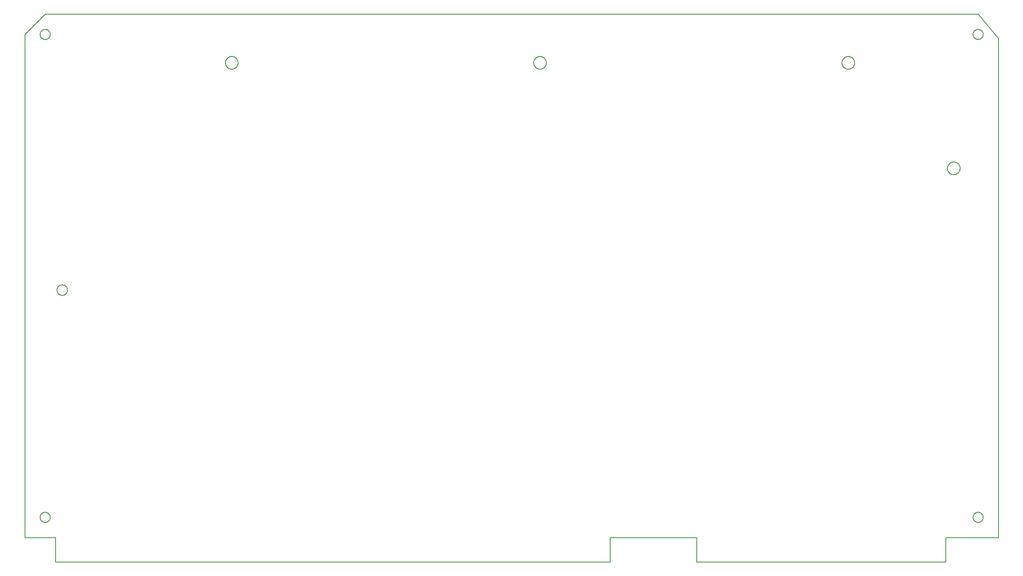
<source format=gko>
G04 EAGLE Gerber RS-274X export*
G75*
%MOMM*%
%FSLAX34Y34*%
%LPD*%
%INBoard Outline*%
%IPPOS*%
%AMOC8*
5,1,8,0,0,1.08239X$1,22.5*%
G01*
%ADD10C,0.000000*%
%ADD11C,0.254000*%


D10*
X32766Y-139700D02*
X1768856Y-139700D01*
X1768856Y-63500D01*
X2039620Y-63500D01*
X2039620Y-139700D01*
X2819400Y-139700D01*
X2819400Y-63500D01*
X2984500Y-63500D01*
X2984500Y1498600D01*
X2921000Y1574800D01*
X0Y1574800D01*
X-63500Y1511300D01*
X-63500Y-63500D01*
X32766Y-63500D01*
X32766Y-139700D01*
X-15875Y0D02*
X-15870Y390D01*
X-15856Y779D01*
X-15832Y1168D01*
X-15799Y1556D01*
X-15756Y1943D01*
X-15703Y2329D01*
X-15641Y2714D01*
X-15570Y3097D01*
X-15489Y3478D01*
X-15399Y3857D01*
X-15300Y4234D01*
X-15191Y4608D01*
X-15074Y4980D01*
X-14947Y5348D01*
X-14811Y5713D01*
X-14667Y6075D01*
X-14513Y6433D01*
X-14351Y6787D01*
X-14180Y7138D01*
X-14001Y7483D01*
X-13813Y7825D01*
X-13616Y8161D01*
X-13412Y8493D01*
X-13200Y8820D01*
X-12979Y9141D01*
X-12751Y9457D01*
X-12515Y9767D01*
X-12272Y10071D01*
X-12021Y10369D01*
X-11763Y10661D01*
X-11497Y10946D01*
X-11225Y11225D01*
X-10946Y11497D01*
X-10661Y11763D01*
X-10369Y12021D01*
X-10071Y12272D01*
X-9767Y12515D01*
X-9457Y12751D01*
X-9141Y12979D01*
X-8820Y13200D01*
X-8493Y13412D01*
X-8161Y13616D01*
X-7825Y13813D01*
X-7483Y14001D01*
X-7138Y14180D01*
X-6787Y14351D01*
X-6433Y14513D01*
X-6075Y14667D01*
X-5713Y14811D01*
X-5348Y14947D01*
X-4980Y15074D01*
X-4608Y15191D01*
X-4234Y15300D01*
X-3857Y15399D01*
X-3478Y15489D01*
X-3097Y15570D01*
X-2714Y15641D01*
X-2329Y15703D01*
X-1943Y15756D01*
X-1556Y15799D01*
X-1168Y15832D01*
X-779Y15856D01*
X-390Y15870D01*
X0Y15875D01*
X390Y15870D01*
X779Y15856D01*
X1168Y15832D01*
X1556Y15799D01*
X1943Y15756D01*
X2329Y15703D01*
X2714Y15641D01*
X3097Y15570D01*
X3478Y15489D01*
X3857Y15399D01*
X4234Y15300D01*
X4608Y15191D01*
X4980Y15074D01*
X5348Y14947D01*
X5713Y14811D01*
X6075Y14667D01*
X6433Y14513D01*
X6787Y14351D01*
X7138Y14180D01*
X7483Y14001D01*
X7825Y13813D01*
X8161Y13616D01*
X8493Y13412D01*
X8820Y13200D01*
X9141Y12979D01*
X9457Y12751D01*
X9767Y12515D01*
X10071Y12272D01*
X10369Y12021D01*
X10661Y11763D01*
X10946Y11497D01*
X11225Y11225D01*
X11497Y10946D01*
X11763Y10661D01*
X12021Y10369D01*
X12272Y10071D01*
X12515Y9767D01*
X12751Y9457D01*
X12979Y9141D01*
X13200Y8820D01*
X13412Y8493D01*
X13616Y8161D01*
X13813Y7825D01*
X14001Y7483D01*
X14180Y7138D01*
X14351Y6787D01*
X14513Y6433D01*
X14667Y6075D01*
X14811Y5713D01*
X14947Y5348D01*
X15074Y4980D01*
X15191Y4608D01*
X15300Y4234D01*
X15399Y3857D01*
X15489Y3478D01*
X15570Y3097D01*
X15641Y2714D01*
X15703Y2329D01*
X15756Y1943D01*
X15799Y1556D01*
X15832Y1168D01*
X15856Y779D01*
X15870Y390D01*
X15875Y0D01*
X15870Y-390D01*
X15856Y-779D01*
X15832Y-1168D01*
X15799Y-1556D01*
X15756Y-1943D01*
X15703Y-2329D01*
X15641Y-2714D01*
X15570Y-3097D01*
X15489Y-3478D01*
X15399Y-3857D01*
X15300Y-4234D01*
X15191Y-4608D01*
X15074Y-4980D01*
X14947Y-5348D01*
X14811Y-5713D01*
X14667Y-6075D01*
X14513Y-6433D01*
X14351Y-6787D01*
X14180Y-7138D01*
X14001Y-7483D01*
X13813Y-7825D01*
X13616Y-8161D01*
X13412Y-8493D01*
X13200Y-8820D01*
X12979Y-9141D01*
X12751Y-9457D01*
X12515Y-9767D01*
X12272Y-10071D01*
X12021Y-10369D01*
X11763Y-10661D01*
X11497Y-10946D01*
X11225Y-11225D01*
X10946Y-11497D01*
X10661Y-11763D01*
X10369Y-12021D01*
X10071Y-12272D01*
X9767Y-12515D01*
X9457Y-12751D01*
X9141Y-12979D01*
X8820Y-13200D01*
X8493Y-13412D01*
X8161Y-13616D01*
X7825Y-13813D01*
X7483Y-14001D01*
X7138Y-14180D01*
X6787Y-14351D01*
X6433Y-14513D01*
X6075Y-14667D01*
X5713Y-14811D01*
X5348Y-14947D01*
X4980Y-15074D01*
X4608Y-15191D01*
X4234Y-15300D01*
X3857Y-15399D01*
X3478Y-15489D01*
X3097Y-15570D01*
X2714Y-15641D01*
X2329Y-15703D01*
X1943Y-15756D01*
X1556Y-15799D01*
X1168Y-15832D01*
X779Y-15856D01*
X390Y-15870D01*
X0Y-15875D01*
X-390Y-15870D01*
X-779Y-15856D01*
X-1168Y-15832D01*
X-1556Y-15799D01*
X-1943Y-15756D01*
X-2329Y-15703D01*
X-2714Y-15641D01*
X-3097Y-15570D01*
X-3478Y-15489D01*
X-3857Y-15399D01*
X-4234Y-15300D01*
X-4608Y-15191D01*
X-4980Y-15074D01*
X-5348Y-14947D01*
X-5713Y-14811D01*
X-6075Y-14667D01*
X-6433Y-14513D01*
X-6787Y-14351D01*
X-7138Y-14180D01*
X-7483Y-14001D01*
X-7825Y-13813D01*
X-8161Y-13616D01*
X-8493Y-13412D01*
X-8820Y-13200D01*
X-9141Y-12979D01*
X-9457Y-12751D01*
X-9767Y-12515D01*
X-10071Y-12272D01*
X-10369Y-12021D01*
X-10661Y-11763D01*
X-10946Y-11497D01*
X-11225Y-11225D01*
X-11497Y-10946D01*
X-11763Y-10661D01*
X-12021Y-10369D01*
X-12272Y-10071D01*
X-12515Y-9767D01*
X-12751Y-9457D01*
X-12979Y-9141D01*
X-13200Y-8820D01*
X-13412Y-8493D01*
X-13616Y-8161D01*
X-13813Y-7825D01*
X-14001Y-7483D01*
X-14180Y-7138D01*
X-14351Y-6787D01*
X-14513Y-6433D01*
X-14667Y-6075D01*
X-14811Y-5713D01*
X-14947Y-5348D01*
X-15074Y-4980D01*
X-15191Y-4608D01*
X-15300Y-4234D01*
X-15399Y-3857D01*
X-15489Y-3478D01*
X-15570Y-3097D01*
X-15641Y-2714D01*
X-15703Y-2329D01*
X-15756Y-1943D01*
X-15799Y-1556D01*
X-15832Y-1168D01*
X-15856Y-779D01*
X-15870Y-390D01*
X-15875Y0D01*
X2905125Y0D02*
X2905130Y390D01*
X2905144Y779D01*
X2905168Y1168D01*
X2905201Y1556D01*
X2905244Y1943D01*
X2905297Y2329D01*
X2905359Y2714D01*
X2905430Y3097D01*
X2905511Y3478D01*
X2905601Y3857D01*
X2905700Y4234D01*
X2905809Y4608D01*
X2905926Y4980D01*
X2906053Y5348D01*
X2906189Y5713D01*
X2906333Y6075D01*
X2906487Y6433D01*
X2906649Y6787D01*
X2906820Y7138D01*
X2906999Y7483D01*
X2907187Y7825D01*
X2907384Y8161D01*
X2907588Y8493D01*
X2907800Y8820D01*
X2908021Y9141D01*
X2908249Y9457D01*
X2908485Y9767D01*
X2908728Y10071D01*
X2908979Y10369D01*
X2909237Y10661D01*
X2909503Y10946D01*
X2909775Y11225D01*
X2910054Y11497D01*
X2910339Y11763D01*
X2910631Y12021D01*
X2910929Y12272D01*
X2911233Y12515D01*
X2911543Y12751D01*
X2911859Y12979D01*
X2912180Y13200D01*
X2912507Y13412D01*
X2912839Y13616D01*
X2913175Y13813D01*
X2913517Y14001D01*
X2913862Y14180D01*
X2914213Y14351D01*
X2914567Y14513D01*
X2914925Y14667D01*
X2915287Y14811D01*
X2915652Y14947D01*
X2916020Y15074D01*
X2916392Y15191D01*
X2916766Y15300D01*
X2917143Y15399D01*
X2917522Y15489D01*
X2917903Y15570D01*
X2918286Y15641D01*
X2918671Y15703D01*
X2919057Y15756D01*
X2919444Y15799D01*
X2919832Y15832D01*
X2920221Y15856D01*
X2920610Y15870D01*
X2921000Y15875D01*
X2921390Y15870D01*
X2921779Y15856D01*
X2922168Y15832D01*
X2922556Y15799D01*
X2922943Y15756D01*
X2923329Y15703D01*
X2923714Y15641D01*
X2924097Y15570D01*
X2924478Y15489D01*
X2924857Y15399D01*
X2925234Y15300D01*
X2925608Y15191D01*
X2925980Y15074D01*
X2926348Y14947D01*
X2926713Y14811D01*
X2927075Y14667D01*
X2927433Y14513D01*
X2927787Y14351D01*
X2928138Y14180D01*
X2928483Y14001D01*
X2928825Y13813D01*
X2929161Y13616D01*
X2929493Y13412D01*
X2929820Y13200D01*
X2930141Y12979D01*
X2930457Y12751D01*
X2930767Y12515D01*
X2931071Y12272D01*
X2931369Y12021D01*
X2931661Y11763D01*
X2931946Y11497D01*
X2932225Y11225D01*
X2932497Y10946D01*
X2932763Y10661D01*
X2933021Y10369D01*
X2933272Y10071D01*
X2933515Y9767D01*
X2933751Y9457D01*
X2933979Y9141D01*
X2934200Y8820D01*
X2934412Y8493D01*
X2934616Y8161D01*
X2934813Y7825D01*
X2935001Y7483D01*
X2935180Y7138D01*
X2935351Y6787D01*
X2935513Y6433D01*
X2935667Y6075D01*
X2935811Y5713D01*
X2935947Y5348D01*
X2936074Y4980D01*
X2936191Y4608D01*
X2936300Y4234D01*
X2936399Y3857D01*
X2936489Y3478D01*
X2936570Y3097D01*
X2936641Y2714D01*
X2936703Y2329D01*
X2936756Y1943D01*
X2936799Y1556D01*
X2936832Y1168D01*
X2936856Y779D01*
X2936870Y390D01*
X2936875Y0D01*
X2936870Y-390D01*
X2936856Y-779D01*
X2936832Y-1168D01*
X2936799Y-1556D01*
X2936756Y-1943D01*
X2936703Y-2329D01*
X2936641Y-2714D01*
X2936570Y-3097D01*
X2936489Y-3478D01*
X2936399Y-3857D01*
X2936300Y-4234D01*
X2936191Y-4608D01*
X2936074Y-4980D01*
X2935947Y-5348D01*
X2935811Y-5713D01*
X2935667Y-6075D01*
X2935513Y-6433D01*
X2935351Y-6787D01*
X2935180Y-7138D01*
X2935001Y-7483D01*
X2934813Y-7825D01*
X2934616Y-8161D01*
X2934412Y-8493D01*
X2934200Y-8820D01*
X2933979Y-9141D01*
X2933751Y-9457D01*
X2933515Y-9767D01*
X2933272Y-10071D01*
X2933021Y-10369D01*
X2932763Y-10661D01*
X2932497Y-10946D01*
X2932225Y-11225D01*
X2931946Y-11497D01*
X2931661Y-11763D01*
X2931369Y-12021D01*
X2931071Y-12272D01*
X2930767Y-12515D01*
X2930457Y-12751D01*
X2930141Y-12979D01*
X2929820Y-13200D01*
X2929493Y-13412D01*
X2929161Y-13616D01*
X2928825Y-13813D01*
X2928483Y-14001D01*
X2928138Y-14180D01*
X2927787Y-14351D01*
X2927433Y-14513D01*
X2927075Y-14667D01*
X2926713Y-14811D01*
X2926348Y-14947D01*
X2925980Y-15074D01*
X2925608Y-15191D01*
X2925234Y-15300D01*
X2924857Y-15399D01*
X2924478Y-15489D01*
X2924097Y-15570D01*
X2923714Y-15641D01*
X2923329Y-15703D01*
X2922943Y-15756D01*
X2922556Y-15799D01*
X2922168Y-15832D01*
X2921779Y-15856D01*
X2921390Y-15870D01*
X2921000Y-15875D01*
X2920610Y-15870D01*
X2920221Y-15856D01*
X2919832Y-15832D01*
X2919444Y-15799D01*
X2919057Y-15756D01*
X2918671Y-15703D01*
X2918286Y-15641D01*
X2917903Y-15570D01*
X2917522Y-15489D01*
X2917143Y-15399D01*
X2916766Y-15300D01*
X2916392Y-15191D01*
X2916020Y-15074D01*
X2915652Y-14947D01*
X2915287Y-14811D01*
X2914925Y-14667D01*
X2914567Y-14513D01*
X2914213Y-14351D01*
X2913862Y-14180D01*
X2913517Y-14001D01*
X2913175Y-13813D01*
X2912839Y-13616D01*
X2912507Y-13412D01*
X2912180Y-13200D01*
X2911859Y-12979D01*
X2911543Y-12751D01*
X2911233Y-12515D01*
X2910929Y-12272D01*
X2910631Y-12021D01*
X2910339Y-11763D01*
X2910054Y-11497D01*
X2909775Y-11225D01*
X2909503Y-10946D01*
X2909237Y-10661D01*
X2908979Y-10369D01*
X2908728Y-10071D01*
X2908485Y-9767D01*
X2908249Y-9457D01*
X2908021Y-9141D01*
X2907800Y-8820D01*
X2907588Y-8493D01*
X2907384Y-8161D01*
X2907187Y-7825D01*
X2906999Y-7483D01*
X2906820Y-7138D01*
X2906649Y-6787D01*
X2906487Y-6433D01*
X2906333Y-6075D01*
X2906189Y-5713D01*
X2906053Y-5348D01*
X2905926Y-4980D01*
X2905809Y-4608D01*
X2905700Y-4234D01*
X2905601Y-3857D01*
X2905511Y-3478D01*
X2905430Y-3097D01*
X2905359Y-2714D01*
X2905297Y-2329D01*
X2905244Y-1943D01*
X2905201Y-1556D01*
X2905168Y-1168D01*
X2905144Y-779D01*
X2905130Y-390D01*
X2905125Y0D01*
X-15875Y1511300D02*
X-15870Y1511690D01*
X-15856Y1512079D01*
X-15832Y1512468D01*
X-15799Y1512856D01*
X-15756Y1513243D01*
X-15703Y1513629D01*
X-15641Y1514014D01*
X-15570Y1514397D01*
X-15489Y1514778D01*
X-15399Y1515157D01*
X-15300Y1515534D01*
X-15191Y1515908D01*
X-15074Y1516280D01*
X-14947Y1516648D01*
X-14811Y1517013D01*
X-14667Y1517375D01*
X-14513Y1517733D01*
X-14351Y1518087D01*
X-14180Y1518438D01*
X-14001Y1518783D01*
X-13813Y1519125D01*
X-13616Y1519461D01*
X-13412Y1519793D01*
X-13200Y1520120D01*
X-12979Y1520441D01*
X-12751Y1520757D01*
X-12515Y1521067D01*
X-12272Y1521371D01*
X-12021Y1521669D01*
X-11763Y1521961D01*
X-11497Y1522246D01*
X-11225Y1522525D01*
X-10946Y1522797D01*
X-10661Y1523063D01*
X-10369Y1523321D01*
X-10071Y1523572D01*
X-9767Y1523815D01*
X-9457Y1524051D01*
X-9141Y1524279D01*
X-8820Y1524500D01*
X-8493Y1524712D01*
X-8161Y1524916D01*
X-7825Y1525113D01*
X-7483Y1525301D01*
X-7138Y1525480D01*
X-6787Y1525651D01*
X-6433Y1525813D01*
X-6075Y1525967D01*
X-5713Y1526111D01*
X-5348Y1526247D01*
X-4980Y1526374D01*
X-4608Y1526491D01*
X-4234Y1526600D01*
X-3857Y1526699D01*
X-3478Y1526789D01*
X-3097Y1526870D01*
X-2714Y1526941D01*
X-2329Y1527003D01*
X-1943Y1527056D01*
X-1556Y1527099D01*
X-1168Y1527132D01*
X-779Y1527156D01*
X-390Y1527170D01*
X0Y1527175D01*
X390Y1527170D01*
X779Y1527156D01*
X1168Y1527132D01*
X1556Y1527099D01*
X1943Y1527056D01*
X2329Y1527003D01*
X2714Y1526941D01*
X3097Y1526870D01*
X3478Y1526789D01*
X3857Y1526699D01*
X4234Y1526600D01*
X4608Y1526491D01*
X4980Y1526374D01*
X5348Y1526247D01*
X5713Y1526111D01*
X6075Y1525967D01*
X6433Y1525813D01*
X6787Y1525651D01*
X7138Y1525480D01*
X7483Y1525301D01*
X7825Y1525113D01*
X8161Y1524916D01*
X8493Y1524712D01*
X8820Y1524500D01*
X9141Y1524279D01*
X9457Y1524051D01*
X9767Y1523815D01*
X10071Y1523572D01*
X10369Y1523321D01*
X10661Y1523063D01*
X10946Y1522797D01*
X11225Y1522525D01*
X11497Y1522246D01*
X11763Y1521961D01*
X12021Y1521669D01*
X12272Y1521371D01*
X12515Y1521067D01*
X12751Y1520757D01*
X12979Y1520441D01*
X13200Y1520120D01*
X13412Y1519793D01*
X13616Y1519461D01*
X13813Y1519125D01*
X14001Y1518783D01*
X14180Y1518438D01*
X14351Y1518087D01*
X14513Y1517733D01*
X14667Y1517375D01*
X14811Y1517013D01*
X14947Y1516648D01*
X15074Y1516280D01*
X15191Y1515908D01*
X15300Y1515534D01*
X15399Y1515157D01*
X15489Y1514778D01*
X15570Y1514397D01*
X15641Y1514014D01*
X15703Y1513629D01*
X15756Y1513243D01*
X15799Y1512856D01*
X15832Y1512468D01*
X15856Y1512079D01*
X15870Y1511690D01*
X15875Y1511300D01*
X15870Y1510910D01*
X15856Y1510521D01*
X15832Y1510132D01*
X15799Y1509744D01*
X15756Y1509357D01*
X15703Y1508971D01*
X15641Y1508586D01*
X15570Y1508203D01*
X15489Y1507822D01*
X15399Y1507443D01*
X15300Y1507066D01*
X15191Y1506692D01*
X15074Y1506320D01*
X14947Y1505952D01*
X14811Y1505587D01*
X14667Y1505225D01*
X14513Y1504867D01*
X14351Y1504513D01*
X14180Y1504162D01*
X14001Y1503817D01*
X13813Y1503475D01*
X13616Y1503139D01*
X13412Y1502807D01*
X13200Y1502480D01*
X12979Y1502159D01*
X12751Y1501843D01*
X12515Y1501533D01*
X12272Y1501229D01*
X12021Y1500931D01*
X11763Y1500639D01*
X11497Y1500354D01*
X11225Y1500075D01*
X10946Y1499803D01*
X10661Y1499537D01*
X10369Y1499279D01*
X10071Y1499028D01*
X9767Y1498785D01*
X9457Y1498549D01*
X9141Y1498321D01*
X8820Y1498100D01*
X8493Y1497888D01*
X8161Y1497684D01*
X7825Y1497487D01*
X7483Y1497299D01*
X7138Y1497120D01*
X6787Y1496949D01*
X6433Y1496787D01*
X6075Y1496633D01*
X5713Y1496489D01*
X5348Y1496353D01*
X4980Y1496226D01*
X4608Y1496109D01*
X4234Y1496000D01*
X3857Y1495901D01*
X3478Y1495811D01*
X3097Y1495730D01*
X2714Y1495659D01*
X2329Y1495597D01*
X1943Y1495544D01*
X1556Y1495501D01*
X1168Y1495468D01*
X779Y1495444D01*
X390Y1495430D01*
X0Y1495425D01*
X-390Y1495430D01*
X-779Y1495444D01*
X-1168Y1495468D01*
X-1556Y1495501D01*
X-1943Y1495544D01*
X-2329Y1495597D01*
X-2714Y1495659D01*
X-3097Y1495730D01*
X-3478Y1495811D01*
X-3857Y1495901D01*
X-4234Y1496000D01*
X-4608Y1496109D01*
X-4980Y1496226D01*
X-5348Y1496353D01*
X-5713Y1496489D01*
X-6075Y1496633D01*
X-6433Y1496787D01*
X-6787Y1496949D01*
X-7138Y1497120D01*
X-7483Y1497299D01*
X-7825Y1497487D01*
X-8161Y1497684D01*
X-8493Y1497888D01*
X-8820Y1498100D01*
X-9141Y1498321D01*
X-9457Y1498549D01*
X-9767Y1498785D01*
X-10071Y1499028D01*
X-10369Y1499279D01*
X-10661Y1499537D01*
X-10946Y1499803D01*
X-11225Y1500075D01*
X-11497Y1500354D01*
X-11763Y1500639D01*
X-12021Y1500931D01*
X-12272Y1501229D01*
X-12515Y1501533D01*
X-12751Y1501843D01*
X-12979Y1502159D01*
X-13200Y1502480D01*
X-13412Y1502807D01*
X-13616Y1503139D01*
X-13813Y1503475D01*
X-14001Y1503817D01*
X-14180Y1504162D01*
X-14351Y1504513D01*
X-14513Y1504867D01*
X-14667Y1505225D01*
X-14811Y1505587D01*
X-14947Y1505952D01*
X-15074Y1506320D01*
X-15191Y1506692D01*
X-15300Y1507066D01*
X-15399Y1507443D01*
X-15489Y1507822D01*
X-15570Y1508203D01*
X-15641Y1508586D01*
X-15703Y1508971D01*
X-15756Y1509357D01*
X-15799Y1509744D01*
X-15832Y1510132D01*
X-15856Y1510521D01*
X-15870Y1510910D01*
X-15875Y1511300D01*
X2905125Y1511300D02*
X2905130Y1511690D01*
X2905144Y1512079D01*
X2905168Y1512468D01*
X2905201Y1512856D01*
X2905244Y1513243D01*
X2905297Y1513629D01*
X2905359Y1514014D01*
X2905430Y1514397D01*
X2905511Y1514778D01*
X2905601Y1515157D01*
X2905700Y1515534D01*
X2905809Y1515908D01*
X2905926Y1516280D01*
X2906053Y1516648D01*
X2906189Y1517013D01*
X2906333Y1517375D01*
X2906487Y1517733D01*
X2906649Y1518087D01*
X2906820Y1518438D01*
X2906999Y1518783D01*
X2907187Y1519125D01*
X2907384Y1519461D01*
X2907588Y1519793D01*
X2907800Y1520120D01*
X2908021Y1520441D01*
X2908249Y1520757D01*
X2908485Y1521067D01*
X2908728Y1521371D01*
X2908979Y1521669D01*
X2909237Y1521961D01*
X2909503Y1522246D01*
X2909775Y1522525D01*
X2910054Y1522797D01*
X2910339Y1523063D01*
X2910631Y1523321D01*
X2910929Y1523572D01*
X2911233Y1523815D01*
X2911543Y1524051D01*
X2911859Y1524279D01*
X2912180Y1524500D01*
X2912507Y1524712D01*
X2912839Y1524916D01*
X2913175Y1525113D01*
X2913517Y1525301D01*
X2913862Y1525480D01*
X2914213Y1525651D01*
X2914567Y1525813D01*
X2914925Y1525967D01*
X2915287Y1526111D01*
X2915652Y1526247D01*
X2916020Y1526374D01*
X2916392Y1526491D01*
X2916766Y1526600D01*
X2917143Y1526699D01*
X2917522Y1526789D01*
X2917903Y1526870D01*
X2918286Y1526941D01*
X2918671Y1527003D01*
X2919057Y1527056D01*
X2919444Y1527099D01*
X2919832Y1527132D01*
X2920221Y1527156D01*
X2920610Y1527170D01*
X2921000Y1527175D01*
X2921390Y1527170D01*
X2921779Y1527156D01*
X2922168Y1527132D01*
X2922556Y1527099D01*
X2922943Y1527056D01*
X2923329Y1527003D01*
X2923714Y1526941D01*
X2924097Y1526870D01*
X2924478Y1526789D01*
X2924857Y1526699D01*
X2925234Y1526600D01*
X2925608Y1526491D01*
X2925980Y1526374D01*
X2926348Y1526247D01*
X2926713Y1526111D01*
X2927075Y1525967D01*
X2927433Y1525813D01*
X2927787Y1525651D01*
X2928138Y1525480D01*
X2928483Y1525301D01*
X2928825Y1525113D01*
X2929161Y1524916D01*
X2929493Y1524712D01*
X2929820Y1524500D01*
X2930141Y1524279D01*
X2930457Y1524051D01*
X2930767Y1523815D01*
X2931071Y1523572D01*
X2931369Y1523321D01*
X2931661Y1523063D01*
X2931946Y1522797D01*
X2932225Y1522525D01*
X2932497Y1522246D01*
X2932763Y1521961D01*
X2933021Y1521669D01*
X2933272Y1521371D01*
X2933515Y1521067D01*
X2933751Y1520757D01*
X2933979Y1520441D01*
X2934200Y1520120D01*
X2934412Y1519793D01*
X2934616Y1519461D01*
X2934813Y1519125D01*
X2935001Y1518783D01*
X2935180Y1518438D01*
X2935351Y1518087D01*
X2935513Y1517733D01*
X2935667Y1517375D01*
X2935811Y1517013D01*
X2935947Y1516648D01*
X2936074Y1516280D01*
X2936191Y1515908D01*
X2936300Y1515534D01*
X2936399Y1515157D01*
X2936489Y1514778D01*
X2936570Y1514397D01*
X2936641Y1514014D01*
X2936703Y1513629D01*
X2936756Y1513243D01*
X2936799Y1512856D01*
X2936832Y1512468D01*
X2936856Y1512079D01*
X2936870Y1511690D01*
X2936875Y1511300D01*
X2936870Y1510910D01*
X2936856Y1510521D01*
X2936832Y1510132D01*
X2936799Y1509744D01*
X2936756Y1509357D01*
X2936703Y1508971D01*
X2936641Y1508586D01*
X2936570Y1508203D01*
X2936489Y1507822D01*
X2936399Y1507443D01*
X2936300Y1507066D01*
X2936191Y1506692D01*
X2936074Y1506320D01*
X2935947Y1505952D01*
X2935811Y1505587D01*
X2935667Y1505225D01*
X2935513Y1504867D01*
X2935351Y1504513D01*
X2935180Y1504162D01*
X2935001Y1503817D01*
X2934813Y1503475D01*
X2934616Y1503139D01*
X2934412Y1502807D01*
X2934200Y1502480D01*
X2933979Y1502159D01*
X2933751Y1501843D01*
X2933515Y1501533D01*
X2933272Y1501229D01*
X2933021Y1500931D01*
X2932763Y1500639D01*
X2932497Y1500354D01*
X2932225Y1500075D01*
X2931946Y1499803D01*
X2931661Y1499537D01*
X2931369Y1499279D01*
X2931071Y1499028D01*
X2930767Y1498785D01*
X2930457Y1498549D01*
X2930141Y1498321D01*
X2929820Y1498100D01*
X2929493Y1497888D01*
X2929161Y1497684D01*
X2928825Y1497487D01*
X2928483Y1497299D01*
X2928138Y1497120D01*
X2927787Y1496949D01*
X2927433Y1496787D01*
X2927075Y1496633D01*
X2926713Y1496489D01*
X2926348Y1496353D01*
X2925980Y1496226D01*
X2925608Y1496109D01*
X2925234Y1496000D01*
X2924857Y1495901D01*
X2924478Y1495811D01*
X2924097Y1495730D01*
X2923714Y1495659D01*
X2923329Y1495597D01*
X2922943Y1495544D01*
X2922556Y1495501D01*
X2922168Y1495468D01*
X2921779Y1495444D01*
X2921390Y1495430D01*
X2921000Y1495425D01*
X2920610Y1495430D01*
X2920221Y1495444D01*
X2919832Y1495468D01*
X2919444Y1495501D01*
X2919057Y1495544D01*
X2918671Y1495597D01*
X2918286Y1495659D01*
X2917903Y1495730D01*
X2917522Y1495811D01*
X2917143Y1495901D01*
X2916766Y1496000D01*
X2916392Y1496109D01*
X2916020Y1496226D01*
X2915652Y1496353D01*
X2915287Y1496489D01*
X2914925Y1496633D01*
X2914567Y1496787D01*
X2914213Y1496949D01*
X2913862Y1497120D01*
X2913517Y1497299D01*
X2913175Y1497487D01*
X2912839Y1497684D01*
X2912507Y1497888D01*
X2912180Y1498100D01*
X2911859Y1498321D01*
X2911543Y1498549D01*
X2911233Y1498785D01*
X2910929Y1499028D01*
X2910631Y1499279D01*
X2910339Y1499537D01*
X2910054Y1499803D01*
X2909775Y1500075D01*
X2909503Y1500354D01*
X2909237Y1500639D01*
X2908979Y1500931D01*
X2908728Y1501229D01*
X2908485Y1501533D01*
X2908249Y1501843D01*
X2908021Y1502159D01*
X2907800Y1502480D01*
X2907588Y1502807D01*
X2907384Y1503139D01*
X2907187Y1503475D01*
X2906999Y1503817D01*
X2906820Y1504162D01*
X2906649Y1504513D01*
X2906487Y1504867D01*
X2906333Y1505225D01*
X2906189Y1505587D01*
X2906053Y1505952D01*
X2905926Y1506320D01*
X2905809Y1506692D01*
X2905700Y1507066D01*
X2905601Y1507443D01*
X2905511Y1507822D01*
X2905430Y1508203D01*
X2905359Y1508586D01*
X2905297Y1508971D01*
X2905244Y1509357D01*
X2905201Y1509744D01*
X2905168Y1510132D01*
X2905144Y1510521D01*
X2905130Y1510910D01*
X2905125Y1511300D01*
X2494788Y1422400D02*
X2494794Y1422886D01*
X2494812Y1423372D01*
X2494842Y1423857D01*
X2494883Y1424342D01*
X2494937Y1424825D01*
X2495002Y1425307D01*
X2495080Y1425787D01*
X2495169Y1426265D01*
X2495269Y1426741D01*
X2495382Y1427214D01*
X2495506Y1427684D01*
X2495641Y1428151D01*
X2495788Y1428615D01*
X2495946Y1429074D01*
X2496116Y1429530D01*
X2496296Y1429982D01*
X2496488Y1430429D01*
X2496690Y1430871D01*
X2496903Y1431308D01*
X2497127Y1431739D01*
X2497362Y1432165D01*
X2497607Y1432585D01*
X2497862Y1432999D01*
X2498127Y1433407D01*
X2498402Y1433808D01*
X2498687Y1434202D01*
X2498981Y1434589D01*
X2499285Y1434969D01*
X2499598Y1435341D01*
X2499920Y1435705D01*
X2500251Y1436061D01*
X2500591Y1436409D01*
X2500939Y1436749D01*
X2501295Y1437080D01*
X2501659Y1437402D01*
X2502031Y1437715D01*
X2502411Y1438019D01*
X2502798Y1438313D01*
X2503192Y1438598D01*
X2503593Y1438873D01*
X2504001Y1439138D01*
X2504415Y1439393D01*
X2504835Y1439638D01*
X2505261Y1439873D01*
X2505692Y1440097D01*
X2506129Y1440310D01*
X2506571Y1440512D01*
X2507018Y1440704D01*
X2507470Y1440884D01*
X2507926Y1441054D01*
X2508385Y1441212D01*
X2508849Y1441359D01*
X2509316Y1441494D01*
X2509786Y1441618D01*
X2510259Y1441731D01*
X2510735Y1441831D01*
X2511213Y1441920D01*
X2511693Y1441998D01*
X2512175Y1442063D01*
X2512658Y1442117D01*
X2513143Y1442158D01*
X2513628Y1442188D01*
X2514114Y1442206D01*
X2514600Y1442212D01*
X2515086Y1442206D01*
X2515572Y1442188D01*
X2516057Y1442158D01*
X2516542Y1442117D01*
X2517025Y1442063D01*
X2517507Y1441998D01*
X2517987Y1441920D01*
X2518465Y1441831D01*
X2518941Y1441731D01*
X2519414Y1441618D01*
X2519884Y1441494D01*
X2520351Y1441359D01*
X2520815Y1441212D01*
X2521274Y1441054D01*
X2521730Y1440884D01*
X2522182Y1440704D01*
X2522629Y1440512D01*
X2523071Y1440310D01*
X2523508Y1440097D01*
X2523939Y1439873D01*
X2524365Y1439638D01*
X2524785Y1439393D01*
X2525199Y1439138D01*
X2525607Y1438873D01*
X2526008Y1438598D01*
X2526402Y1438313D01*
X2526789Y1438019D01*
X2527169Y1437715D01*
X2527541Y1437402D01*
X2527905Y1437080D01*
X2528261Y1436749D01*
X2528609Y1436409D01*
X2528949Y1436061D01*
X2529280Y1435705D01*
X2529602Y1435341D01*
X2529915Y1434969D01*
X2530219Y1434589D01*
X2530513Y1434202D01*
X2530798Y1433808D01*
X2531073Y1433407D01*
X2531338Y1432999D01*
X2531593Y1432585D01*
X2531838Y1432165D01*
X2532073Y1431739D01*
X2532297Y1431308D01*
X2532510Y1430871D01*
X2532712Y1430429D01*
X2532904Y1429982D01*
X2533084Y1429530D01*
X2533254Y1429074D01*
X2533412Y1428615D01*
X2533559Y1428151D01*
X2533694Y1427684D01*
X2533818Y1427214D01*
X2533931Y1426741D01*
X2534031Y1426265D01*
X2534120Y1425787D01*
X2534198Y1425307D01*
X2534263Y1424825D01*
X2534317Y1424342D01*
X2534358Y1423857D01*
X2534388Y1423372D01*
X2534406Y1422886D01*
X2534412Y1422400D01*
X2534406Y1421914D01*
X2534388Y1421428D01*
X2534358Y1420943D01*
X2534317Y1420458D01*
X2534263Y1419975D01*
X2534198Y1419493D01*
X2534120Y1419013D01*
X2534031Y1418535D01*
X2533931Y1418059D01*
X2533818Y1417586D01*
X2533694Y1417116D01*
X2533559Y1416649D01*
X2533412Y1416185D01*
X2533254Y1415726D01*
X2533084Y1415270D01*
X2532904Y1414818D01*
X2532712Y1414371D01*
X2532510Y1413929D01*
X2532297Y1413492D01*
X2532073Y1413061D01*
X2531838Y1412635D01*
X2531593Y1412215D01*
X2531338Y1411801D01*
X2531073Y1411393D01*
X2530798Y1410992D01*
X2530513Y1410598D01*
X2530219Y1410211D01*
X2529915Y1409831D01*
X2529602Y1409459D01*
X2529280Y1409095D01*
X2528949Y1408739D01*
X2528609Y1408391D01*
X2528261Y1408051D01*
X2527905Y1407720D01*
X2527541Y1407398D01*
X2527169Y1407085D01*
X2526789Y1406781D01*
X2526402Y1406487D01*
X2526008Y1406202D01*
X2525607Y1405927D01*
X2525199Y1405662D01*
X2524785Y1405407D01*
X2524365Y1405162D01*
X2523939Y1404927D01*
X2523508Y1404703D01*
X2523071Y1404490D01*
X2522629Y1404288D01*
X2522182Y1404096D01*
X2521730Y1403916D01*
X2521274Y1403746D01*
X2520815Y1403588D01*
X2520351Y1403441D01*
X2519884Y1403306D01*
X2519414Y1403182D01*
X2518941Y1403069D01*
X2518465Y1402969D01*
X2517987Y1402880D01*
X2517507Y1402802D01*
X2517025Y1402737D01*
X2516542Y1402683D01*
X2516057Y1402642D01*
X2515572Y1402612D01*
X2515086Y1402594D01*
X2514600Y1402588D01*
X2514114Y1402594D01*
X2513628Y1402612D01*
X2513143Y1402642D01*
X2512658Y1402683D01*
X2512175Y1402737D01*
X2511693Y1402802D01*
X2511213Y1402880D01*
X2510735Y1402969D01*
X2510259Y1403069D01*
X2509786Y1403182D01*
X2509316Y1403306D01*
X2508849Y1403441D01*
X2508385Y1403588D01*
X2507926Y1403746D01*
X2507470Y1403916D01*
X2507018Y1404096D01*
X2506571Y1404288D01*
X2506129Y1404490D01*
X2505692Y1404703D01*
X2505261Y1404927D01*
X2504835Y1405162D01*
X2504415Y1405407D01*
X2504001Y1405662D01*
X2503593Y1405927D01*
X2503192Y1406202D01*
X2502798Y1406487D01*
X2502411Y1406781D01*
X2502031Y1407085D01*
X2501659Y1407398D01*
X2501295Y1407720D01*
X2500939Y1408051D01*
X2500591Y1408391D01*
X2500251Y1408739D01*
X2499920Y1409095D01*
X2499598Y1409459D01*
X2499285Y1409831D01*
X2498981Y1410211D01*
X2498687Y1410598D01*
X2498402Y1410992D01*
X2498127Y1411393D01*
X2497862Y1411801D01*
X2497607Y1412215D01*
X2497362Y1412635D01*
X2497127Y1413061D01*
X2496903Y1413492D01*
X2496690Y1413929D01*
X2496488Y1414371D01*
X2496296Y1414818D01*
X2496116Y1415270D01*
X2495946Y1415726D01*
X2495788Y1416185D01*
X2495641Y1416649D01*
X2495506Y1417116D01*
X2495382Y1417586D01*
X2495269Y1418059D01*
X2495169Y1418535D01*
X2495080Y1419013D01*
X2495002Y1419493D01*
X2494937Y1419975D01*
X2494883Y1420458D01*
X2494842Y1420943D01*
X2494812Y1421428D01*
X2494794Y1421914D01*
X2494788Y1422400D01*
X1529588Y1422400D02*
X1529594Y1422886D01*
X1529612Y1423372D01*
X1529642Y1423857D01*
X1529683Y1424342D01*
X1529737Y1424825D01*
X1529802Y1425307D01*
X1529880Y1425787D01*
X1529969Y1426265D01*
X1530069Y1426741D01*
X1530182Y1427214D01*
X1530306Y1427684D01*
X1530441Y1428151D01*
X1530588Y1428615D01*
X1530746Y1429074D01*
X1530916Y1429530D01*
X1531096Y1429982D01*
X1531288Y1430429D01*
X1531490Y1430871D01*
X1531703Y1431308D01*
X1531927Y1431739D01*
X1532162Y1432165D01*
X1532407Y1432585D01*
X1532662Y1432999D01*
X1532927Y1433407D01*
X1533202Y1433808D01*
X1533487Y1434202D01*
X1533781Y1434589D01*
X1534085Y1434969D01*
X1534398Y1435341D01*
X1534720Y1435705D01*
X1535051Y1436061D01*
X1535391Y1436409D01*
X1535739Y1436749D01*
X1536095Y1437080D01*
X1536459Y1437402D01*
X1536831Y1437715D01*
X1537211Y1438019D01*
X1537598Y1438313D01*
X1537992Y1438598D01*
X1538393Y1438873D01*
X1538801Y1439138D01*
X1539215Y1439393D01*
X1539635Y1439638D01*
X1540061Y1439873D01*
X1540492Y1440097D01*
X1540929Y1440310D01*
X1541371Y1440512D01*
X1541818Y1440704D01*
X1542270Y1440884D01*
X1542726Y1441054D01*
X1543185Y1441212D01*
X1543649Y1441359D01*
X1544116Y1441494D01*
X1544586Y1441618D01*
X1545059Y1441731D01*
X1545535Y1441831D01*
X1546013Y1441920D01*
X1546493Y1441998D01*
X1546975Y1442063D01*
X1547458Y1442117D01*
X1547943Y1442158D01*
X1548428Y1442188D01*
X1548914Y1442206D01*
X1549400Y1442212D01*
X1549886Y1442206D01*
X1550372Y1442188D01*
X1550857Y1442158D01*
X1551342Y1442117D01*
X1551825Y1442063D01*
X1552307Y1441998D01*
X1552787Y1441920D01*
X1553265Y1441831D01*
X1553741Y1441731D01*
X1554214Y1441618D01*
X1554684Y1441494D01*
X1555151Y1441359D01*
X1555615Y1441212D01*
X1556074Y1441054D01*
X1556530Y1440884D01*
X1556982Y1440704D01*
X1557429Y1440512D01*
X1557871Y1440310D01*
X1558308Y1440097D01*
X1558739Y1439873D01*
X1559165Y1439638D01*
X1559585Y1439393D01*
X1559999Y1439138D01*
X1560407Y1438873D01*
X1560808Y1438598D01*
X1561202Y1438313D01*
X1561589Y1438019D01*
X1561969Y1437715D01*
X1562341Y1437402D01*
X1562705Y1437080D01*
X1563061Y1436749D01*
X1563409Y1436409D01*
X1563749Y1436061D01*
X1564080Y1435705D01*
X1564402Y1435341D01*
X1564715Y1434969D01*
X1565019Y1434589D01*
X1565313Y1434202D01*
X1565598Y1433808D01*
X1565873Y1433407D01*
X1566138Y1432999D01*
X1566393Y1432585D01*
X1566638Y1432165D01*
X1566873Y1431739D01*
X1567097Y1431308D01*
X1567310Y1430871D01*
X1567512Y1430429D01*
X1567704Y1429982D01*
X1567884Y1429530D01*
X1568054Y1429074D01*
X1568212Y1428615D01*
X1568359Y1428151D01*
X1568494Y1427684D01*
X1568618Y1427214D01*
X1568731Y1426741D01*
X1568831Y1426265D01*
X1568920Y1425787D01*
X1568998Y1425307D01*
X1569063Y1424825D01*
X1569117Y1424342D01*
X1569158Y1423857D01*
X1569188Y1423372D01*
X1569206Y1422886D01*
X1569212Y1422400D01*
X1569206Y1421914D01*
X1569188Y1421428D01*
X1569158Y1420943D01*
X1569117Y1420458D01*
X1569063Y1419975D01*
X1568998Y1419493D01*
X1568920Y1419013D01*
X1568831Y1418535D01*
X1568731Y1418059D01*
X1568618Y1417586D01*
X1568494Y1417116D01*
X1568359Y1416649D01*
X1568212Y1416185D01*
X1568054Y1415726D01*
X1567884Y1415270D01*
X1567704Y1414818D01*
X1567512Y1414371D01*
X1567310Y1413929D01*
X1567097Y1413492D01*
X1566873Y1413061D01*
X1566638Y1412635D01*
X1566393Y1412215D01*
X1566138Y1411801D01*
X1565873Y1411393D01*
X1565598Y1410992D01*
X1565313Y1410598D01*
X1565019Y1410211D01*
X1564715Y1409831D01*
X1564402Y1409459D01*
X1564080Y1409095D01*
X1563749Y1408739D01*
X1563409Y1408391D01*
X1563061Y1408051D01*
X1562705Y1407720D01*
X1562341Y1407398D01*
X1561969Y1407085D01*
X1561589Y1406781D01*
X1561202Y1406487D01*
X1560808Y1406202D01*
X1560407Y1405927D01*
X1559999Y1405662D01*
X1559585Y1405407D01*
X1559165Y1405162D01*
X1558739Y1404927D01*
X1558308Y1404703D01*
X1557871Y1404490D01*
X1557429Y1404288D01*
X1556982Y1404096D01*
X1556530Y1403916D01*
X1556074Y1403746D01*
X1555615Y1403588D01*
X1555151Y1403441D01*
X1554684Y1403306D01*
X1554214Y1403182D01*
X1553741Y1403069D01*
X1553265Y1402969D01*
X1552787Y1402880D01*
X1552307Y1402802D01*
X1551825Y1402737D01*
X1551342Y1402683D01*
X1550857Y1402642D01*
X1550372Y1402612D01*
X1549886Y1402594D01*
X1549400Y1402588D01*
X1548914Y1402594D01*
X1548428Y1402612D01*
X1547943Y1402642D01*
X1547458Y1402683D01*
X1546975Y1402737D01*
X1546493Y1402802D01*
X1546013Y1402880D01*
X1545535Y1402969D01*
X1545059Y1403069D01*
X1544586Y1403182D01*
X1544116Y1403306D01*
X1543649Y1403441D01*
X1543185Y1403588D01*
X1542726Y1403746D01*
X1542270Y1403916D01*
X1541818Y1404096D01*
X1541371Y1404288D01*
X1540929Y1404490D01*
X1540492Y1404703D01*
X1540061Y1404927D01*
X1539635Y1405162D01*
X1539215Y1405407D01*
X1538801Y1405662D01*
X1538393Y1405927D01*
X1537992Y1406202D01*
X1537598Y1406487D01*
X1537211Y1406781D01*
X1536831Y1407085D01*
X1536459Y1407398D01*
X1536095Y1407720D01*
X1535739Y1408051D01*
X1535391Y1408391D01*
X1535051Y1408739D01*
X1534720Y1409095D01*
X1534398Y1409459D01*
X1534085Y1409831D01*
X1533781Y1410211D01*
X1533487Y1410598D01*
X1533202Y1410992D01*
X1532927Y1411393D01*
X1532662Y1411801D01*
X1532407Y1412215D01*
X1532162Y1412635D01*
X1531927Y1413061D01*
X1531703Y1413492D01*
X1531490Y1413929D01*
X1531288Y1414371D01*
X1531096Y1414818D01*
X1530916Y1415270D01*
X1530746Y1415726D01*
X1530588Y1416185D01*
X1530441Y1416649D01*
X1530306Y1417116D01*
X1530182Y1417586D01*
X1530069Y1418059D01*
X1529969Y1418535D01*
X1529880Y1419013D01*
X1529802Y1419493D01*
X1529737Y1419975D01*
X1529683Y1420458D01*
X1529642Y1420943D01*
X1529612Y1421428D01*
X1529594Y1421914D01*
X1529588Y1422400D01*
X2824988Y1092200D02*
X2824994Y1092686D01*
X2825012Y1093172D01*
X2825042Y1093657D01*
X2825083Y1094142D01*
X2825137Y1094625D01*
X2825202Y1095107D01*
X2825280Y1095587D01*
X2825369Y1096065D01*
X2825469Y1096541D01*
X2825582Y1097014D01*
X2825706Y1097484D01*
X2825841Y1097951D01*
X2825988Y1098415D01*
X2826146Y1098874D01*
X2826316Y1099330D01*
X2826496Y1099782D01*
X2826688Y1100229D01*
X2826890Y1100671D01*
X2827103Y1101108D01*
X2827327Y1101539D01*
X2827562Y1101965D01*
X2827807Y1102385D01*
X2828062Y1102799D01*
X2828327Y1103207D01*
X2828602Y1103608D01*
X2828887Y1104002D01*
X2829181Y1104389D01*
X2829485Y1104769D01*
X2829798Y1105141D01*
X2830120Y1105505D01*
X2830451Y1105861D01*
X2830791Y1106209D01*
X2831139Y1106549D01*
X2831495Y1106880D01*
X2831859Y1107202D01*
X2832231Y1107515D01*
X2832611Y1107819D01*
X2832998Y1108113D01*
X2833392Y1108398D01*
X2833793Y1108673D01*
X2834201Y1108938D01*
X2834615Y1109193D01*
X2835035Y1109438D01*
X2835461Y1109673D01*
X2835892Y1109897D01*
X2836329Y1110110D01*
X2836771Y1110312D01*
X2837218Y1110504D01*
X2837670Y1110684D01*
X2838126Y1110854D01*
X2838585Y1111012D01*
X2839049Y1111159D01*
X2839516Y1111294D01*
X2839986Y1111418D01*
X2840459Y1111531D01*
X2840935Y1111631D01*
X2841413Y1111720D01*
X2841893Y1111798D01*
X2842375Y1111863D01*
X2842858Y1111917D01*
X2843343Y1111958D01*
X2843828Y1111988D01*
X2844314Y1112006D01*
X2844800Y1112012D01*
X2845286Y1112006D01*
X2845772Y1111988D01*
X2846257Y1111958D01*
X2846742Y1111917D01*
X2847225Y1111863D01*
X2847707Y1111798D01*
X2848187Y1111720D01*
X2848665Y1111631D01*
X2849141Y1111531D01*
X2849614Y1111418D01*
X2850084Y1111294D01*
X2850551Y1111159D01*
X2851015Y1111012D01*
X2851474Y1110854D01*
X2851930Y1110684D01*
X2852382Y1110504D01*
X2852829Y1110312D01*
X2853271Y1110110D01*
X2853708Y1109897D01*
X2854139Y1109673D01*
X2854565Y1109438D01*
X2854985Y1109193D01*
X2855399Y1108938D01*
X2855807Y1108673D01*
X2856208Y1108398D01*
X2856602Y1108113D01*
X2856989Y1107819D01*
X2857369Y1107515D01*
X2857741Y1107202D01*
X2858105Y1106880D01*
X2858461Y1106549D01*
X2858809Y1106209D01*
X2859149Y1105861D01*
X2859480Y1105505D01*
X2859802Y1105141D01*
X2860115Y1104769D01*
X2860419Y1104389D01*
X2860713Y1104002D01*
X2860998Y1103608D01*
X2861273Y1103207D01*
X2861538Y1102799D01*
X2861793Y1102385D01*
X2862038Y1101965D01*
X2862273Y1101539D01*
X2862497Y1101108D01*
X2862710Y1100671D01*
X2862912Y1100229D01*
X2863104Y1099782D01*
X2863284Y1099330D01*
X2863454Y1098874D01*
X2863612Y1098415D01*
X2863759Y1097951D01*
X2863894Y1097484D01*
X2864018Y1097014D01*
X2864131Y1096541D01*
X2864231Y1096065D01*
X2864320Y1095587D01*
X2864398Y1095107D01*
X2864463Y1094625D01*
X2864517Y1094142D01*
X2864558Y1093657D01*
X2864588Y1093172D01*
X2864606Y1092686D01*
X2864612Y1092200D01*
X2864606Y1091714D01*
X2864588Y1091228D01*
X2864558Y1090743D01*
X2864517Y1090258D01*
X2864463Y1089775D01*
X2864398Y1089293D01*
X2864320Y1088813D01*
X2864231Y1088335D01*
X2864131Y1087859D01*
X2864018Y1087386D01*
X2863894Y1086916D01*
X2863759Y1086449D01*
X2863612Y1085985D01*
X2863454Y1085526D01*
X2863284Y1085070D01*
X2863104Y1084618D01*
X2862912Y1084171D01*
X2862710Y1083729D01*
X2862497Y1083292D01*
X2862273Y1082861D01*
X2862038Y1082435D01*
X2861793Y1082015D01*
X2861538Y1081601D01*
X2861273Y1081193D01*
X2860998Y1080792D01*
X2860713Y1080398D01*
X2860419Y1080011D01*
X2860115Y1079631D01*
X2859802Y1079259D01*
X2859480Y1078895D01*
X2859149Y1078539D01*
X2858809Y1078191D01*
X2858461Y1077851D01*
X2858105Y1077520D01*
X2857741Y1077198D01*
X2857369Y1076885D01*
X2856989Y1076581D01*
X2856602Y1076287D01*
X2856208Y1076002D01*
X2855807Y1075727D01*
X2855399Y1075462D01*
X2854985Y1075207D01*
X2854565Y1074962D01*
X2854139Y1074727D01*
X2853708Y1074503D01*
X2853271Y1074290D01*
X2852829Y1074088D01*
X2852382Y1073896D01*
X2851930Y1073716D01*
X2851474Y1073546D01*
X2851015Y1073388D01*
X2850551Y1073241D01*
X2850084Y1073106D01*
X2849614Y1072982D01*
X2849141Y1072869D01*
X2848665Y1072769D01*
X2848187Y1072680D01*
X2847707Y1072602D01*
X2847225Y1072537D01*
X2846742Y1072483D01*
X2846257Y1072442D01*
X2845772Y1072412D01*
X2845286Y1072394D01*
X2844800Y1072388D01*
X2844314Y1072394D01*
X2843828Y1072412D01*
X2843343Y1072442D01*
X2842858Y1072483D01*
X2842375Y1072537D01*
X2841893Y1072602D01*
X2841413Y1072680D01*
X2840935Y1072769D01*
X2840459Y1072869D01*
X2839986Y1072982D01*
X2839516Y1073106D01*
X2839049Y1073241D01*
X2838585Y1073388D01*
X2838126Y1073546D01*
X2837670Y1073716D01*
X2837218Y1073896D01*
X2836771Y1074088D01*
X2836329Y1074290D01*
X2835892Y1074503D01*
X2835461Y1074727D01*
X2835035Y1074962D01*
X2834615Y1075207D01*
X2834201Y1075462D01*
X2833793Y1075727D01*
X2833392Y1076002D01*
X2832998Y1076287D01*
X2832611Y1076581D01*
X2832231Y1076885D01*
X2831859Y1077198D01*
X2831495Y1077520D01*
X2831139Y1077851D01*
X2830791Y1078191D01*
X2830451Y1078539D01*
X2830120Y1078895D01*
X2829798Y1079259D01*
X2829485Y1079631D01*
X2829181Y1080011D01*
X2828887Y1080398D01*
X2828602Y1080792D01*
X2828327Y1081193D01*
X2828062Y1081601D01*
X2827807Y1082015D01*
X2827562Y1082435D01*
X2827327Y1082861D01*
X2827103Y1083292D01*
X2826890Y1083729D01*
X2826688Y1084171D01*
X2826496Y1084618D01*
X2826316Y1085070D01*
X2826146Y1085526D01*
X2825988Y1085985D01*
X2825841Y1086449D01*
X2825706Y1086916D01*
X2825582Y1087386D01*
X2825469Y1087859D01*
X2825369Y1088335D01*
X2825280Y1088813D01*
X2825202Y1089293D01*
X2825137Y1089775D01*
X2825083Y1090258D01*
X2825042Y1090743D01*
X2825012Y1091228D01*
X2824994Y1091714D01*
X2824988Y1092200D01*
X564388Y1422400D02*
X564394Y1422886D01*
X564412Y1423372D01*
X564442Y1423857D01*
X564483Y1424342D01*
X564537Y1424825D01*
X564602Y1425307D01*
X564680Y1425787D01*
X564769Y1426265D01*
X564869Y1426741D01*
X564982Y1427214D01*
X565106Y1427684D01*
X565241Y1428151D01*
X565388Y1428615D01*
X565546Y1429074D01*
X565716Y1429530D01*
X565896Y1429982D01*
X566088Y1430429D01*
X566290Y1430871D01*
X566503Y1431308D01*
X566727Y1431739D01*
X566962Y1432165D01*
X567207Y1432585D01*
X567462Y1432999D01*
X567727Y1433407D01*
X568002Y1433808D01*
X568287Y1434202D01*
X568581Y1434589D01*
X568885Y1434969D01*
X569198Y1435341D01*
X569520Y1435705D01*
X569851Y1436061D01*
X570191Y1436409D01*
X570539Y1436749D01*
X570895Y1437080D01*
X571259Y1437402D01*
X571631Y1437715D01*
X572011Y1438019D01*
X572398Y1438313D01*
X572792Y1438598D01*
X573193Y1438873D01*
X573601Y1439138D01*
X574015Y1439393D01*
X574435Y1439638D01*
X574861Y1439873D01*
X575292Y1440097D01*
X575729Y1440310D01*
X576171Y1440512D01*
X576618Y1440704D01*
X577070Y1440884D01*
X577526Y1441054D01*
X577985Y1441212D01*
X578449Y1441359D01*
X578916Y1441494D01*
X579386Y1441618D01*
X579859Y1441731D01*
X580335Y1441831D01*
X580813Y1441920D01*
X581293Y1441998D01*
X581775Y1442063D01*
X582258Y1442117D01*
X582743Y1442158D01*
X583228Y1442188D01*
X583714Y1442206D01*
X584200Y1442212D01*
X584686Y1442206D01*
X585172Y1442188D01*
X585657Y1442158D01*
X586142Y1442117D01*
X586625Y1442063D01*
X587107Y1441998D01*
X587587Y1441920D01*
X588065Y1441831D01*
X588541Y1441731D01*
X589014Y1441618D01*
X589484Y1441494D01*
X589951Y1441359D01*
X590415Y1441212D01*
X590874Y1441054D01*
X591330Y1440884D01*
X591782Y1440704D01*
X592229Y1440512D01*
X592671Y1440310D01*
X593108Y1440097D01*
X593539Y1439873D01*
X593965Y1439638D01*
X594385Y1439393D01*
X594799Y1439138D01*
X595207Y1438873D01*
X595608Y1438598D01*
X596002Y1438313D01*
X596389Y1438019D01*
X596769Y1437715D01*
X597141Y1437402D01*
X597505Y1437080D01*
X597861Y1436749D01*
X598209Y1436409D01*
X598549Y1436061D01*
X598880Y1435705D01*
X599202Y1435341D01*
X599515Y1434969D01*
X599819Y1434589D01*
X600113Y1434202D01*
X600398Y1433808D01*
X600673Y1433407D01*
X600938Y1432999D01*
X601193Y1432585D01*
X601438Y1432165D01*
X601673Y1431739D01*
X601897Y1431308D01*
X602110Y1430871D01*
X602312Y1430429D01*
X602504Y1429982D01*
X602684Y1429530D01*
X602854Y1429074D01*
X603012Y1428615D01*
X603159Y1428151D01*
X603294Y1427684D01*
X603418Y1427214D01*
X603531Y1426741D01*
X603631Y1426265D01*
X603720Y1425787D01*
X603798Y1425307D01*
X603863Y1424825D01*
X603917Y1424342D01*
X603958Y1423857D01*
X603988Y1423372D01*
X604006Y1422886D01*
X604012Y1422400D01*
X604006Y1421914D01*
X603988Y1421428D01*
X603958Y1420943D01*
X603917Y1420458D01*
X603863Y1419975D01*
X603798Y1419493D01*
X603720Y1419013D01*
X603631Y1418535D01*
X603531Y1418059D01*
X603418Y1417586D01*
X603294Y1417116D01*
X603159Y1416649D01*
X603012Y1416185D01*
X602854Y1415726D01*
X602684Y1415270D01*
X602504Y1414818D01*
X602312Y1414371D01*
X602110Y1413929D01*
X601897Y1413492D01*
X601673Y1413061D01*
X601438Y1412635D01*
X601193Y1412215D01*
X600938Y1411801D01*
X600673Y1411393D01*
X600398Y1410992D01*
X600113Y1410598D01*
X599819Y1410211D01*
X599515Y1409831D01*
X599202Y1409459D01*
X598880Y1409095D01*
X598549Y1408739D01*
X598209Y1408391D01*
X597861Y1408051D01*
X597505Y1407720D01*
X597141Y1407398D01*
X596769Y1407085D01*
X596389Y1406781D01*
X596002Y1406487D01*
X595608Y1406202D01*
X595207Y1405927D01*
X594799Y1405662D01*
X594385Y1405407D01*
X593965Y1405162D01*
X593539Y1404927D01*
X593108Y1404703D01*
X592671Y1404490D01*
X592229Y1404288D01*
X591782Y1404096D01*
X591330Y1403916D01*
X590874Y1403746D01*
X590415Y1403588D01*
X589951Y1403441D01*
X589484Y1403306D01*
X589014Y1403182D01*
X588541Y1403069D01*
X588065Y1402969D01*
X587587Y1402880D01*
X587107Y1402802D01*
X586625Y1402737D01*
X586142Y1402683D01*
X585657Y1402642D01*
X585172Y1402612D01*
X584686Y1402594D01*
X584200Y1402588D01*
X583714Y1402594D01*
X583228Y1402612D01*
X582743Y1402642D01*
X582258Y1402683D01*
X581775Y1402737D01*
X581293Y1402802D01*
X580813Y1402880D01*
X580335Y1402969D01*
X579859Y1403069D01*
X579386Y1403182D01*
X578916Y1403306D01*
X578449Y1403441D01*
X577985Y1403588D01*
X577526Y1403746D01*
X577070Y1403916D01*
X576618Y1404096D01*
X576171Y1404288D01*
X575729Y1404490D01*
X575292Y1404703D01*
X574861Y1404927D01*
X574435Y1405162D01*
X574015Y1405407D01*
X573601Y1405662D01*
X573193Y1405927D01*
X572792Y1406202D01*
X572398Y1406487D01*
X572011Y1406781D01*
X571631Y1407085D01*
X571259Y1407398D01*
X570895Y1407720D01*
X570539Y1408051D01*
X570191Y1408391D01*
X569851Y1408739D01*
X569520Y1409095D01*
X569198Y1409459D01*
X568885Y1409831D01*
X568581Y1410211D01*
X568287Y1410598D01*
X568002Y1410992D01*
X567727Y1411393D01*
X567462Y1411801D01*
X567207Y1412215D01*
X566962Y1412635D01*
X566727Y1413061D01*
X566503Y1413492D01*
X566290Y1413929D01*
X566088Y1414371D01*
X565896Y1414818D01*
X565716Y1415270D01*
X565546Y1415726D01*
X565388Y1416185D01*
X565241Y1416649D01*
X565106Y1417116D01*
X564982Y1417586D01*
X564869Y1418059D01*
X564769Y1418535D01*
X564680Y1419013D01*
X564602Y1419493D01*
X564537Y1419975D01*
X564483Y1420458D01*
X564442Y1420943D01*
X564412Y1421428D01*
X564394Y1421914D01*
X564388Y1422400D01*
X36830Y711200D02*
X36835Y711605D01*
X36850Y712010D01*
X36875Y712415D01*
X36910Y712818D01*
X36954Y713221D01*
X37009Y713623D01*
X37073Y714023D01*
X37147Y714421D01*
X37231Y714817D01*
X37325Y715212D01*
X37428Y715603D01*
X37541Y715993D01*
X37663Y716379D01*
X37795Y716762D01*
X37936Y717142D01*
X38087Y717518D01*
X38246Y717891D01*
X38415Y718259D01*
X38593Y718623D01*
X38779Y718983D01*
X38975Y719338D01*
X39179Y719688D01*
X39391Y720033D01*
X39612Y720372D01*
X39842Y720707D01*
X40079Y721035D01*
X40324Y721357D01*
X40578Y721674D01*
X40838Y721984D01*
X41107Y722287D01*
X41383Y722584D01*
X41666Y722874D01*
X41956Y723157D01*
X42253Y723433D01*
X42556Y723702D01*
X42866Y723962D01*
X43183Y724216D01*
X43505Y724461D01*
X43833Y724698D01*
X44168Y724928D01*
X44507Y725149D01*
X44852Y725361D01*
X45202Y725565D01*
X45557Y725761D01*
X45917Y725947D01*
X46281Y726125D01*
X46649Y726294D01*
X47022Y726453D01*
X47398Y726604D01*
X47778Y726745D01*
X48161Y726877D01*
X48547Y726999D01*
X48937Y727112D01*
X49328Y727215D01*
X49723Y727309D01*
X50119Y727393D01*
X50517Y727467D01*
X50917Y727531D01*
X51319Y727586D01*
X51722Y727630D01*
X52125Y727665D01*
X52530Y727690D01*
X52935Y727705D01*
X53340Y727710D01*
X53745Y727705D01*
X54150Y727690D01*
X54555Y727665D01*
X54958Y727630D01*
X55361Y727586D01*
X55763Y727531D01*
X56163Y727467D01*
X56561Y727393D01*
X56957Y727309D01*
X57352Y727215D01*
X57743Y727112D01*
X58133Y726999D01*
X58519Y726877D01*
X58902Y726745D01*
X59282Y726604D01*
X59658Y726453D01*
X60031Y726294D01*
X60399Y726125D01*
X60763Y725947D01*
X61123Y725761D01*
X61478Y725565D01*
X61828Y725361D01*
X62173Y725149D01*
X62512Y724928D01*
X62847Y724698D01*
X63175Y724461D01*
X63497Y724216D01*
X63814Y723962D01*
X64124Y723702D01*
X64427Y723433D01*
X64724Y723157D01*
X65014Y722874D01*
X65297Y722584D01*
X65573Y722287D01*
X65842Y721984D01*
X66102Y721674D01*
X66356Y721357D01*
X66601Y721035D01*
X66838Y720707D01*
X67068Y720372D01*
X67289Y720033D01*
X67501Y719688D01*
X67705Y719338D01*
X67901Y718983D01*
X68087Y718623D01*
X68265Y718259D01*
X68434Y717891D01*
X68593Y717518D01*
X68744Y717142D01*
X68885Y716762D01*
X69017Y716379D01*
X69139Y715993D01*
X69252Y715603D01*
X69355Y715212D01*
X69449Y714817D01*
X69533Y714421D01*
X69607Y714023D01*
X69671Y713623D01*
X69726Y713221D01*
X69770Y712818D01*
X69805Y712415D01*
X69830Y712010D01*
X69845Y711605D01*
X69850Y711200D01*
X69845Y710795D01*
X69830Y710390D01*
X69805Y709985D01*
X69770Y709582D01*
X69726Y709179D01*
X69671Y708777D01*
X69607Y708377D01*
X69533Y707979D01*
X69449Y707583D01*
X69355Y707188D01*
X69252Y706797D01*
X69139Y706407D01*
X69017Y706021D01*
X68885Y705638D01*
X68744Y705258D01*
X68593Y704882D01*
X68434Y704509D01*
X68265Y704141D01*
X68087Y703777D01*
X67901Y703417D01*
X67705Y703062D01*
X67501Y702712D01*
X67289Y702367D01*
X67068Y702028D01*
X66838Y701693D01*
X66601Y701365D01*
X66356Y701043D01*
X66102Y700726D01*
X65842Y700416D01*
X65573Y700113D01*
X65297Y699816D01*
X65014Y699526D01*
X64724Y699243D01*
X64427Y698967D01*
X64124Y698698D01*
X63814Y698438D01*
X63497Y698184D01*
X63175Y697939D01*
X62847Y697702D01*
X62512Y697472D01*
X62173Y697251D01*
X61828Y697039D01*
X61478Y696835D01*
X61123Y696639D01*
X60763Y696453D01*
X60399Y696275D01*
X60031Y696106D01*
X59658Y695947D01*
X59282Y695796D01*
X58902Y695655D01*
X58519Y695523D01*
X58133Y695401D01*
X57743Y695288D01*
X57352Y695185D01*
X56957Y695091D01*
X56561Y695007D01*
X56163Y694933D01*
X55763Y694869D01*
X55361Y694814D01*
X54958Y694770D01*
X54555Y694735D01*
X54150Y694710D01*
X53745Y694695D01*
X53340Y694690D01*
X52935Y694695D01*
X52530Y694710D01*
X52125Y694735D01*
X51722Y694770D01*
X51319Y694814D01*
X50917Y694869D01*
X50517Y694933D01*
X50119Y695007D01*
X49723Y695091D01*
X49328Y695185D01*
X48937Y695288D01*
X48547Y695401D01*
X48161Y695523D01*
X47778Y695655D01*
X47398Y695796D01*
X47022Y695947D01*
X46649Y696106D01*
X46281Y696275D01*
X45917Y696453D01*
X45557Y696639D01*
X45202Y696835D01*
X44852Y697039D01*
X44507Y697251D01*
X44168Y697472D01*
X43833Y697702D01*
X43505Y697939D01*
X43183Y698184D01*
X42866Y698438D01*
X42556Y698698D01*
X42253Y698967D01*
X41956Y699243D01*
X41666Y699526D01*
X41383Y699816D01*
X41107Y700113D01*
X40838Y700416D01*
X40578Y700726D01*
X40324Y701043D01*
X40079Y701365D01*
X39842Y701693D01*
X39612Y702028D01*
X39391Y702367D01*
X39179Y702712D01*
X38975Y703062D01*
X38779Y703417D01*
X38593Y703777D01*
X38415Y704141D01*
X38246Y704509D01*
X38087Y704882D01*
X37936Y705258D01*
X37795Y705638D01*
X37663Y706021D01*
X37541Y706407D01*
X37428Y706797D01*
X37325Y707188D01*
X37231Y707583D01*
X37147Y707979D01*
X37073Y708377D01*
X37009Y708777D01*
X36954Y709179D01*
X36910Y709582D01*
X36875Y709985D01*
X36850Y710390D01*
X36835Y710795D01*
X36830Y711200D01*
D11*
X-63500Y-63500D02*
X32766Y-63500D01*
X32766Y-139700D01*
X1768856Y-139700D01*
X1768856Y-63500D01*
X2039620Y-63500D01*
X2039620Y-139700D01*
X2819400Y-139700D01*
X2819400Y-63500D01*
X2984500Y-63500D01*
X2984500Y1498600D01*
X2921000Y1574800D01*
X0Y1574800D01*
X-63500Y1511300D01*
X-63500Y-63500D01*
X15875Y-520D02*
X15807Y-1557D01*
X15671Y-2587D01*
X15469Y-3607D01*
X15200Y-4611D01*
X14865Y-5595D01*
X14468Y-6555D01*
X14008Y-7487D01*
X13488Y-8388D01*
X12911Y-9252D01*
X12278Y-10076D01*
X11593Y-10858D01*
X10858Y-11593D01*
X10076Y-12278D01*
X9252Y-12911D01*
X8388Y-13488D01*
X7487Y-14008D01*
X6555Y-14468D01*
X5595Y-14865D01*
X4611Y-15200D01*
X3607Y-15469D01*
X2587Y-15671D01*
X1557Y-15807D01*
X520Y-15875D01*
X-520Y-15875D01*
X-1557Y-15807D01*
X-2587Y-15671D01*
X-3607Y-15469D01*
X-4611Y-15200D01*
X-5595Y-14865D01*
X-6555Y-14468D01*
X-7487Y-14008D01*
X-8388Y-13488D01*
X-9252Y-12911D01*
X-10076Y-12278D01*
X-10858Y-11593D01*
X-11593Y-10858D01*
X-12278Y-10076D01*
X-12911Y-9252D01*
X-13488Y-8388D01*
X-14008Y-7487D01*
X-14468Y-6555D01*
X-14865Y-5595D01*
X-15200Y-4611D01*
X-15469Y-3607D01*
X-15671Y-2587D01*
X-15807Y-1557D01*
X-15875Y-520D01*
X-15875Y520D01*
X-15807Y1557D01*
X-15671Y2587D01*
X-15469Y3607D01*
X-15200Y4611D01*
X-14865Y5595D01*
X-14468Y6555D01*
X-14008Y7487D01*
X-13488Y8388D01*
X-12911Y9252D01*
X-12278Y10076D01*
X-11593Y10858D01*
X-10858Y11593D01*
X-10076Y12278D01*
X-9252Y12911D01*
X-8388Y13488D01*
X-7487Y14008D01*
X-6555Y14468D01*
X-5595Y14865D01*
X-4611Y15200D01*
X-3607Y15469D01*
X-2587Y15671D01*
X-1557Y15807D01*
X-520Y15875D01*
X520Y15875D01*
X1557Y15807D01*
X2587Y15671D01*
X3607Y15469D01*
X4611Y15200D01*
X5595Y14865D01*
X6555Y14468D01*
X7487Y14008D01*
X8388Y13488D01*
X9252Y12911D01*
X10076Y12278D01*
X10858Y11593D01*
X11593Y10858D01*
X12278Y10076D01*
X12911Y9252D01*
X13488Y8388D01*
X14008Y7487D01*
X14468Y6555D01*
X14865Y5595D01*
X15200Y4611D01*
X15469Y3607D01*
X15671Y2587D01*
X15807Y1557D01*
X15875Y520D01*
X15875Y-520D01*
X2936875Y-520D02*
X2936807Y-1557D01*
X2936671Y-2587D01*
X2936469Y-3607D01*
X2936200Y-4611D01*
X2935865Y-5595D01*
X2935468Y-6555D01*
X2935008Y-7487D01*
X2934488Y-8388D01*
X2933911Y-9252D01*
X2933278Y-10076D01*
X2932593Y-10858D01*
X2931858Y-11593D01*
X2931076Y-12278D01*
X2930252Y-12911D01*
X2929388Y-13488D01*
X2928487Y-14008D01*
X2927555Y-14468D01*
X2926595Y-14865D01*
X2925611Y-15200D01*
X2924607Y-15469D01*
X2923587Y-15671D01*
X2922557Y-15807D01*
X2921520Y-15875D01*
X2920480Y-15875D01*
X2919443Y-15807D01*
X2918413Y-15671D01*
X2917393Y-15469D01*
X2916389Y-15200D01*
X2915405Y-14865D01*
X2914445Y-14468D01*
X2913513Y-14008D01*
X2912612Y-13488D01*
X2911748Y-12911D01*
X2910924Y-12278D01*
X2910142Y-11593D01*
X2909407Y-10858D01*
X2908722Y-10076D01*
X2908089Y-9252D01*
X2907512Y-8388D01*
X2906992Y-7487D01*
X2906532Y-6555D01*
X2906135Y-5595D01*
X2905800Y-4611D01*
X2905531Y-3607D01*
X2905329Y-2587D01*
X2905193Y-1557D01*
X2905125Y-520D01*
X2905125Y520D01*
X2905193Y1557D01*
X2905329Y2587D01*
X2905531Y3607D01*
X2905800Y4611D01*
X2906135Y5595D01*
X2906532Y6555D01*
X2906992Y7487D01*
X2907512Y8388D01*
X2908089Y9252D01*
X2908722Y10076D01*
X2909407Y10858D01*
X2910142Y11593D01*
X2910924Y12278D01*
X2911748Y12911D01*
X2912612Y13488D01*
X2913513Y14008D01*
X2914445Y14468D01*
X2915405Y14865D01*
X2916389Y15200D01*
X2917393Y15469D01*
X2918413Y15671D01*
X2919443Y15807D01*
X2920480Y15875D01*
X2921520Y15875D01*
X2922557Y15807D01*
X2923587Y15671D01*
X2924607Y15469D01*
X2925611Y15200D01*
X2926595Y14865D01*
X2927555Y14468D01*
X2928487Y14008D01*
X2929388Y13488D01*
X2930252Y12911D01*
X2931076Y12278D01*
X2931858Y11593D01*
X2932593Y10858D01*
X2933278Y10076D01*
X2933911Y9252D01*
X2934488Y8388D01*
X2935008Y7487D01*
X2935468Y6555D01*
X2935865Y5595D01*
X2936200Y4611D01*
X2936469Y3607D01*
X2936671Y2587D01*
X2936807Y1557D01*
X2936875Y520D01*
X2936875Y-520D01*
X15875Y1510780D02*
X15807Y1509743D01*
X15671Y1508713D01*
X15469Y1507693D01*
X15200Y1506689D01*
X14865Y1505705D01*
X14468Y1504745D01*
X14008Y1503813D01*
X13488Y1502912D01*
X12911Y1502048D01*
X12278Y1501224D01*
X11593Y1500442D01*
X10858Y1499707D01*
X10076Y1499022D01*
X9252Y1498389D01*
X8388Y1497812D01*
X7487Y1497292D01*
X6555Y1496832D01*
X5595Y1496435D01*
X4611Y1496100D01*
X3607Y1495831D01*
X2587Y1495629D01*
X1557Y1495493D01*
X520Y1495425D01*
X-520Y1495425D01*
X-1557Y1495493D01*
X-2587Y1495629D01*
X-3607Y1495831D01*
X-4611Y1496100D01*
X-5595Y1496435D01*
X-6555Y1496832D01*
X-7487Y1497292D01*
X-8388Y1497812D01*
X-9252Y1498389D01*
X-10076Y1499022D01*
X-10858Y1499707D01*
X-11593Y1500442D01*
X-12278Y1501224D01*
X-12911Y1502048D01*
X-13488Y1502912D01*
X-14008Y1503813D01*
X-14468Y1504745D01*
X-14865Y1505705D01*
X-15200Y1506689D01*
X-15469Y1507693D01*
X-15671Y1508713D01*
X-15807Y1509743D01*
X-15875Y1510780D01*
X-15875Y1511820D01*
X-15807Y1512857D01*
X-15671Y1513887D01*
X-15469Y1514907D01*
X-15200Y1515911D01*
X-14865Y1516895D01*
X-14468Y1517855D01*
X-14008Y1518787D01*
X-13488Y1519688D01*
X-12911Y1520552D01*
X-12278Y1521376D01*
X-11593Y1522158D01*
X-10858Y1522893D01*
X-10076Y1523578D01*
X-9252Y1524211D01*
X-8388Y1524788D01*
X-7487Y1525308D01*
X-6555Y1525768D01*
X-5595Y1526165D01*
X-4611Y1526500D01*
X-3607Y1526769D01*
X-2587Y1526971D01*
X-1557Y1527107D01*
X-520Y1527175D01*
X520Y1527175D01*
X1557Y1527107D01*
X2587Y1526971D01*
X3607Y1526769D01*
X4611Y1526500D01*
X5595Y1526165D01*
X6555Y1525768D01*
X7487Y1525308D01*
X8388Y1524788D01*
X9252Y1524211D01*
X10076Y1523578D01*
X10858Y1522893D01*
X11593Y1522158D01*
X12278Y1521376D01*
X12911Y1520552D01*
X13488Y1519688D01*
X14008Y1518787D01*
X14468Y1517855D01*
X14865Y1516895D01*
X15200Y1515911D01*
X15469Y1514907D01*
X15671Y1513887D01*
X15807Y1512857D01*
X15875Y1511820D01*
X15875Y1510780D01*
X2936875Y1510780D02*
X2936807Y1509743D01*
X2936671Y1508713D01*
X2936469Y1507693D01*
X2936200Y1506689D01*
X2935865Y1505705D01*
X2935468Y1504745D01*
X2935008Y1503813D01*
X2934488Y1502912D01*
X2933911Y1502048D01*
X2933278Y1501224D01*
X2932593Y1500442D01*
X2931858Y1499707D01*
X2931076Y1499022D01*
X2930252Y1498389D01*
X2929388Y1497812D01*
X2928487Y1497292D01*
X2927555Y1496832D01*
X2926595Y1496435D01*
X2925611Y1496100D01*
X2924607Y1495831D01*
X2923587Y1495629D01*
X2922557Y1495493D01*
X2921520Y1495425D01*
X2920480Y1495425D01*
X2919443Y1495493D01*
X2918413Y1495629D01*
X2917393Y1495831D01*
X2916389Y1496100D01*
X2915405Y1496435D01*
X2914445Y1496832D01*
X2913513Y1497292D01*
X2912612Y1497812D01*
X2911748Y1498389D01*
X2910924Y1499022D01*
X2910142Y1499707D01*
X2909407Y1500442D01*
X2908722Y1501224D01*
X2908089Y1502048D01*
X2907512Y1502912D01*
X2906992Y1503813D01*
X2906532Y1504745D01*
X2906135Y1505705D01*
X2905800Y1506689D01*
X2905531Y1507693D01*
X2905329Y1508713D01*
X2905193Y1509743D01*
X2905125Y1510780D01*
X2905125Y1511820D01*
X2905193Y1512857D01*
X2905329Y1513887D01*
X2905531Y1514907D01*
X2905800Y1515911D01*
X2906135Y1516895D01*
X2906532Y1517855D01*
X2906992Y1518787D01*
X2907512Y1519688D01*
X2908089Y1520552D01*
X2908722Y1521376D01*
X2909407Y1522158D01*
X2910142Y1522893D01*
X2910924Y1523578D01*
X2911748Y1524211D01*
X2912612Y1524788D01*
X2913513Y1525308D01*
X2914445Y1525768D01*
X2915405Y1526165D01*
X2916389Y1526500D01*
X2917393Y1526769D01*
X2918413Y1526971D01*
X2919443Y1527107D01*
X2920480Y1527175D01*
X2921520Y1527175D01*
X2922557Y1527107D01*
X2923587Y1526971D01*
X2924607Y1526769D01*
X2925611Y1526500D01*
X2926595Y1526165D01*
X2927555Y1525768D01*
X2928487Y1525308D01*
X2929388Y1524788D01*
X2930252Y1524211D01*
X2931076Y1523578D01*
X2931858Y1522893D01*
X2932593Y1522158D01*
X2933278Y1521376D01*
X2933911Y1520552D01*
X2934488Y1519688D01*
X2935008Y1518787D01*
X2935468Y1517855D01*
X2935865Y1516895D01*
X2936200Y1515911D01*
X2936469Y1514907D01*
X2936671Y1513887D01*
X2936807Y1512857D01*
X2936875Y1511820D01*
X2936875Y1510780D01*
X2534412Y1421801D02*
X2534340Y1420606D01*
X2534195Y1419418D01*
X2533980Y1418240D01*
X2533693Y1417077D01*
X2533337Y1415934D01*
X2532912Y1414815D01*
X2532421Y1413723D01*
X2531864Y1412663D01*
X2531245Y1411638D01*
X2530565Y1410653D01*
X2529826Y1409710D01*
X2529033Y1408814D01*
X2528186Y1407968D01*
X2527290Y1407174D01*
X2526347Y1406435D01*
X2525362Y1405755D01*
X2524337Y1405136D01*
X2523277Y1404579D01*
X2522185Y1404088D01*
X2521066Y1403663D01*
X2519923Y1403307D01*
X2518760Y1403020D01*
X2517582Y1402805D01*
X2516394Y1402660D01*
X2515199Y1402588D01*
X2514001Y1402588D01*
X2512806Y1402660D01*
X2511618Y1402805D01*
X2510440Y1403020D01*
X2509277Y1403307D01*
X2508134Y1403663D01*
X2507015Y1404088D01*
X2505923Y1404579D01*
X2504863Y1405136D01*
X2503838Y1405755D01*
X2502853Y1406435D01*
X2501910Y1407174D01*
X2501014Y1407968D01*
X2500168Y1408814D01*
X2499374Y1409710D01*
X2498635Y1410653D01*
X2497955Y1411638D01*
X2497336Y1412663D01*
X2496779Y1413723D01*
X2496288Y1414815D01*
X2495863Y1415934D01*
X2495507Y1417077D01*
X2495220Y1418240D01*
X2495005Y1419418D01*
X2494860Y1420606D01*
X2494788Y1421801D01*
X2494788Y1422999D01*
X2494860Y1424194D01*
X2495005Y1425382D01*
X2495220Y1426560D01*
X2495507Y1427723D01*
X2495863Y1428866D01*
X2496288Y1429985D01*
X2496779Y1431077D01*
X2497336Y1432137D01*
X2497955Y1433162D01*
X2498635Y1434147D01*
X2499374Y1435090D01*
X2500168Y1435986D01*
X2501014Y1436833D01*
X2501910Y1437626D01*
X2502853Y1438365D01*
X2503838Y1439045D01*
X2504863Y1439664D01*
X2505923Y1440221D01*
X2507015Y1440712D01*
X2508134Y1441137D01*
X2509277Y1441493D01*
X2510440Y1441780D01*
X2511618Y1441995D01*
X2512806Y1442140D01*
X2514001Y1442212D01*
X2515199Y1442212D01*
X2516394Y1442140D01*
X2517582Y1441995D01*
X2518760Y1441780D01*
X2519923Y1441493D01*
X2521066Y1441137D01*
X2522185Y1440712D01*
X2523277Y1440221D01*
X2524337Y1439664D01*
X2525362Y1439045D01*
X2526347Y1438365D01*
X2527290Y1437626D01*
X2528186Y1436833D01*
X2529033Y1435986D01*
X2529826Y1435090D01*
X2530565Y1434147D01*
X2531245Y1433162D01*
X2531864Y1432137D01*
X2532421Y1431077D01*
X2532912Y1429985D01*
X2533337Y1428866D01*
X2533693Y1427723D01*
X2533980Y1426560D01*
X2534195Y1425382D01*
X2534340Y1424194D01*
X2534412Y1422999D01*
X2534412Y1421801D01*
X1569212Y1421801D02*
X1569140Y1420606D01*
X1568995Y1419418D01*
X1568780Y1418240D01*
X1568493Y1417077D01*
X1568137Y1415934D01*
X1567712Y1414815D01*
X1567221Y1413723D01*
X1566664Y1412663D01*
X1566045Y1411638D01*
X1565365Y1410653D01*
X1564626Y1409710D01*
X1563833Y1408814D01*
X1562986Y1407968D01*
X1562090Y1407174D01*
X1561147Y1406435D01*
X1560162Y1405755D01*
X1559137Y1405136D01*
X1558077Y1404579D01*
X1556985Y1404088D01*
X1555866Y1403663D01*
X1554723Y1403307D01*
X1553560Y1403020D01*
X1552382Y1402805D01*
X1551194Y1402660D01*
X1549999Y1402588D01*
X1548801Y1402588D01*
X1547606Y1402660D01*
X1546418Y1402805D01*
X1545240Y1403020D01*
X1544077Y1403307D01*
X1542934Y1403663D01*
X1541815Y1404088D01*
X1540723Y1404579D01*
X1539663Y1405136D01*
X1538638Y1405755D01*
X1537653Y1406435D01*
X1536710Y1407174D01*
X1535814Y1407968D01*
X1534968Y1408814D01*
X1534174Y1409710D01*
X1533435Y1410653D01*
X1532755Y1411638D01*
X1532136Y1412663D01*
X1531579Y1413723D01*
X1531088Y1414815D01*
X1530663Y1415934D01*
X1530307Y1417077D01*
X1530020Y1418240D01*
X1529805Y1419418D01*
X1529660Y1420606D01*
X1529588Y1421801D01*
X1529588Y1422999D01*
X1529660Y1424194D01*
X1529805Y1425382D01*
X1530020Y1426560D01*
X1530307Y1427723D01*
X1530663Y1428866D01*
X1531088Y1429985D01*
X1531579Y1431077D01*
X1532136Y1432137D01*
X1532755Y1433162D01*
X1533435Y1434147D01*
X1534174Y1435090D01*
X1534968Y1435986D01*
X1535814Y1436833D01*
X1536710Y1437626D01*
X1537653Y1438365D01*
X1538638Y1439045D01*
X1539663Y1439664D01*
X1540723Y1440221D01*
X1541815Y1440712D01*
X1542934Y1441137D01*
X1544077Y1441493D01*
X1545240Y1441780D01*
X1546418Y1441995D01*
X1547606Y1442140D01*
X1548801Y1442212D01*
X1549999Y1442212D01*
X1551194Y1442140D01*
X1552382Y1441995D01*
X1553560Y1441780D01*
X1554723Y1441493D01*
X1555866Y1441137D01*
X1556985Y1440712D01*
X1558077Y1440221D01*
X1559137Y1439664D01*
X1560162Y1439045D01*
X1561147Y1438365D01*
X1562090Y1437626D01*
X1562986Y1436833D01*
X1563833Y1435986D01*
X1564626Y1435090D01*
X1565365Y1434147D01*
X1566045Y1433162D01*
X1566664Y1432137D01*
X1567221Y1431077D01*
X1567712Y1429985D01*
X1568137Y1428866D01*
X1568493Y1427723D01*
X1568780Y1426560D01*
X1568995Y1425382D01*
X1569140Y1424194D01*
X1569212Y1422999D01*
X1569212Y1421801D01*
X2864612Y1091601D02*
X2864540Y1090406D01*
X2864395Y1089218D01*
X2864180Y1088040D01*
X2863893Y1086877D01*
X2863537Y1085734D01*
X2863112Y1084615D01*
X2862621Y1083523D01*
X2862064Y1082463D01*
X2861445Y1081438D01*
X2860765Y1080453D01*
X2860026Y1079510D01*
X2859233Y1078614D01*
X2858386Y1077768D01*
X2857490Y1076974D01*
X2856547Y1076235D01*
X2855562Y1075555D01*
X2854537Y1074936D01*
X2853477Y1074379D01*
X2852385Y1073888D01*
X2851266Y1073463D01*
X2850123Y1073107D01*
X2848960Y1072820D01*
X2847782Y1072605D01*
X2846594Y1072460D01*
X2845399Y1072388D01*
X2844201Y1072388D01*
X2843006Y1072460D01*
X2841818Y1072605D01*
X2840640Y1072820D01*
X2839477Y1073107D01*
X2838334Y1073463D01*
X2837215Y1073888D01*
X2836123Y1074379D01*
X2835063Y1074936D01*
X2834038Y1075555D01*
X2833053Y1076235D01*
X2832110Y1076974D01*
X2831214Y1077768D01*
X2830368Y1078614D01*
X2829574Y1079510D01*
X2828835Y1080453D01*
X2828155Y1081438D01*
X2827536Y1082463D01*
X2826979Y1083523D01*
X2826488Y1084615D01*
X2826063Y1085734D01*
X2825707Y1086877D01*
X2825420Y1088040D01*
X2825205Y1089218D01*
X2825060Y1090406D01*
X2824988Y1091601D01*
X2824988Y1092799D01*
X2825060Y1093994D01*
X2825205Y1095182D01*
X2825420Y1096360D01*
X2825707Y1097523D01*
X2826063Y1098666D01*
X2826488Y1099785D01*
X2826979Y1100877D01*
X2827536Y1101937D01*
X2828155Y1102962D01*
X2828835Y1103947D01*
X2829574Y1104890D01*
X2830368Y1105786D01*
X2831214Y1106633D01*
X2832110Y1107426D01*
X2833053Y1108165D01*
X2834038Y1108845D01*
X2835063Y1109464D01*
X2836123Y1110021D01*
X2837215Y1110512D01*
X2838334Y1110937D01*
X2839477Y1111293D01*
X2840640Y1111580D01*
X2841818Y1111795D01*
X2843006Y1111940D01*
X2844201Y1112012D01*
X2845399Y1112012D01*
X2846594Y1111940D01*
X2847782Y1111795D01*
X2848960Y1111580D01*
X2850123Y1111293D01*
X2851266Y1110937D01*
X2852385Y1110512D01*
X2853477Y1110021D01*
X2854537Y1109464D01*
X2855562Y1108845D01*
X2856547Y1108165D01*
X2857490Y1107426D01*
X2858386Y1106633D01*
X2859233Y1105786D01*
X2860026Y1104890D01*
X2860765Y1103947D01*
X2861445Y1102962D01*
X2862064Y1101937D01*
X2862621Y1100877D01*
X2863112Y1099785D01*
X2863537Y1098666D01*
X2863893Y1097523D01*
X2864180Y1096360D01*
X2864395Y1095182D01*
X2864540Y1093994D01*
X2864612Y1092799D01*
X2864612Y1091601D01*
X604012Y1421801D02*
X603940Y1420606D01*
X603795Y1419418D01*
X603580Y1418240D01*
X603293Y1417077D01*
X602937Y1415934D01*
X602512Y1414815D01*
X602021Y1413723D01*
X601464Y1412663D01*
X600845Y1411638D01*
X600165Y1410653D01*
X599426Y1409710D01*
X598633Y1408814D01*
X597786Y1407968D01*
X596890Y1407174D01*
X595947Y1406435D01*
X594962Y1405755D01*
X593937Y1405136D01*
X592877Y1404579D01*
X591785Y1404088D01*
X590666Y1403663D01*
X589523Y1403307D01*
X588360Y1403020D01*
X587182Y1402805D01*
X585994Y1402660D01*
X584799Y1402588D01*
X583601Y1402588D01*
X582406Y1402660D01*
X581218Y1402805D01*
X580040Y1403020D01*
X578877Y1403307D01*
X577734Y1403663D01*
X576615Y1404088D01*
X575523Y1404579D01*
X574463Y1405136D01*
X573438Y1405755D01*
X572453Y1406435D01*
X571510Y1407174D01*
X570614Y1407968D01*
X569768Y1408814D01*
X568974Y1409710D01*
X568235Y1410653D01*
X567555Y1411638D01*
X566936Y1412663D01*
X566379Y1413723D01*
X565888Y1414815D01*
X565463Y1415934D01*
X565107Y1417077D01*
X564820Y1418240D01*
X564605Y1419418D01*
X564460Y1420606D01*
X564388Y1421801D01*
X564388Y1422999D01*
X564460Y1424194D01*
X564605Y1425382D01*
X564820Y1426560D01*
X565107Y1427723D01*
X565463Y1428866D01*
X565888Y1429985D01*
X566379Y1431077D01*
X566936Y1432137D01*
X567555Y1433162D01*
X568235Y1434147D01*
X568974Y1435090D01*
X569768Y1435986D01*
X570614Y1436833D01*
X571510Y1437626D01*
X572453Y1438365D01*
X573438Y1439045D01*
X574463Y1439664D01*
X575523Y1440221D01*
X576615Y1440712D01*
X577734Y1441137D01*
X578877Y1441493D01*
X580040Y1441780D01*
X581218Y1441995D01*
X582406Y1442140D01*
X583601Y1442212D01*
X584799Y1442212D01*
X585994Y1442140D01*
X587182Y1441995D01*
X588360Y1441780D01*
X589523Y1441493D01*
X590666Y1441137D01*
X591785Y1440712D01*
X592877Y1440221D01*
X593937Y1439664D01*
X594962Y1439045D01*
X595947Y1438365D01*
X596890Y1437626D01*
X597786Y1436833D01*
X598633Y1435986D01*
X599426Y1435090D01*
X600165Y1434147D01*
X600845Y1433162D01*
X601464Y1432137D01*
X602021Y1431077D01*
X602512Y1429985D01*
X602937Y1428866D01*
X603293Y1427723D01*
X603580Y1426560D01*
X603795Y1425382D01*
X603940Y1424194D01*
X604012Y1422999D01*
X604012Y1421801D01*
X53880Y727710D02*
X54959Y727639D01*
X56031Y727498D01*
X57091Y727287D01*
X58135Y727008D01*
X59159Y726660D01*
X60157Y726246D01*
X61127Y725768D01*
X62063Y725228D01*
X62962Y724627D01*
X63819Y723969D01*
X64632Y723257D01*
X65397Y722492D01*
X66109Y721679D01*
X66767Y720822D01*
X67368Y719923D01*
X67908Y718987D01*
X68386Y718017D01*
X68800Y717019D01*
X69148Y715995D01*
X69427Y714951D01*
X69638Y713891D01*
X69779Y712819D01*
X69850Y711740D01*
X69850Y710660D01*
X69779Y709581D01*
X69638Y708509D01*
X69427Y707449D01*
X69148Y706405D01*
X68800Y705381D01*
X68386Y704383D01*
X67908Y703413D01*
X67368Y702477D01*
X66767Y701578D01*
X66109Y700721D01*
X65397Y699908D01*
X64632Y699144D01*
X63819Y698431D01*
X62962Y697773D01*
X62063Y697172D01*
X61127Y696632D01*
X60157Y696154D01*
X59159Y695740D01*
X58135Y695392D01*
X57091Y695113D01*
X56031Y694902D01*
X54959Y694761D01*
X53880Y694690D01*
X52800Y694690D01*
X51721Y694761D01*
X50649Y694902D01*
X49589Y695113D01*
X48545Y695392D01*
X47521Y695740D01*
X46523Y696154D01*
X45553Y696632D01*
X44617Y697172D01*
X43718Y697773D01*
X42861Y698431D01*
X42048Y699144D01*
X41284Y699908D01*
X40571Y700721D01*
X39913Y701578D01*
X39312Y702477D01*
X38772Y703413D01*
X38294Y704383D01*
X37880Y705381D01*
X37532Y706405D01*
X37253Y707449D01*
X37042Y708509D01*
X36901Y709581D01*
X36830Y710660D01*
X36830Y711740D01*
X36901Y712819D01*
X37042Y713891D01*
X37253Y714951D01*
X37532Y715995D01*
X37880Y717019D01*
X38294Y718017D01*
X38772Y718987D01*
X39312Y719923D01*
X39913Y720822D01*
X40571Y721679D01*
X41284Y722492D01*
X42048Y723257D01*
X42861Y723969D01*
X43718Y724627D01*
X44617Y725228D01*
X45553Y725768D01*
X46523Y726246D01*
X47521Y726660D01*
X48545Y727008D01*
X49589Y727287D01*
X50649Y727498D01*
X51721Y727639D01*
X52800Y727710D01*
X53880Y727710D01*
M02*

</source>
